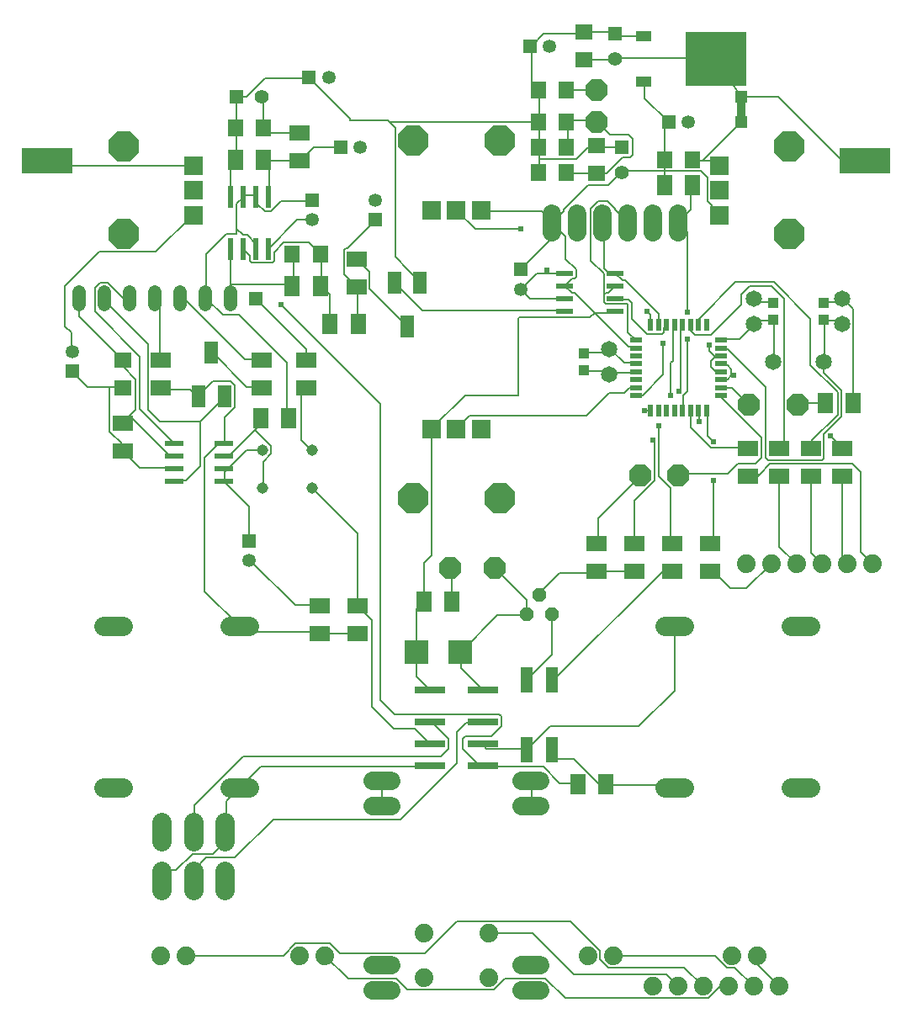
<source format=gbr>
G04 EAGLE Gerber X2 export*
%TF.Part,Single*%
%TF.FileFunction,Copper,L1,Top,Mixed*%
%TF.FilePolarity,Positive*%
%TF.GenerationSoftware,Autodesk,EAGLE,9.2.2*%
%TF.CreationDate,2019-03-12T13:45:00Z*%
G75*
%MOMM*%
%FSLAX34Y34*%
%LPD*%
%INTop Copper*%
%AMOC8*
5,1,8,0,0,1.08239X$1,22.5*%
G01*
%ADD10R,1.350000X1.350000*%
%ADD11C,1.350000*%
%ADD12R,1.000000X1.100000*%
%ADD13C,1.651000*%
%ADD14R,1.800000X1.600000*%
%ADD15C,1.143000*%
%ADD16R,1.600000X1.800000*%
%ADD17C,1.408000*%
%ADD18R,1.408000X1.408000*%
%ADD19R,0.609600X2.209800*%
%ADD20C,1.879600*%
%ADD21R,1.600000X2.000000*%
%ADD22R,2.000000X1.600000*%
%ADD23R,1.320800X2.184400*%
%ADD24R,1.879600X1.879600*%
%ADD25P,3.247170X8X22.500000*%
%ADD26R,1.320800X1.320800*%
%ADD27C,1.320800*%
%ADD28R,1.981200X0.558800*%
%ADD29R,1.270000X0.558800*%
%ADD30R,0.558800X1.270000*%
%ADD31P,3.247170X8X112.500000*%
%ADD32P,3.247170X8X202.500000*%
%ADD33P,3.247170X8X292.500000*%
%ADD34R,3.100000X0.800000*%
%ADD35R,1.270000X2.540000*%
%ADD36C,1.950000*%
%ADD37R,1.600000X1.000000*%
%ADD38R,6.200000X5.400000*%
%ADD39P,2.336880X8X22.500000*%
%ADD40R,2.400000X2.400000*%
%ADD41R,1.270000X1.270000*%
%ADD42C,0.812800*%
%ADD43C,1.879600*%
%ADD44R,5.080000X2.540000*%
%ADD45P,1.429621X8X22.500000*%
%ADD46R,1.720000X0.600000*%
%ADD47P,2.336880X8X202.500000*%
%ADD48C,0.203200*%
%ADD49C,0.604800*%


D10*
X55900Y637700D03*
D11*
X55900Y657700D03*
D10*
X360700Y790100D03*
D11*
X360700Y810100D03*
D10*
X297200Y810100D03*
D11*
X297200Y790100D03*
D12*
X811550Y707000D03*
X811550Y690000D03*
X760750Y707000D03*
X760750Y690000D03*
D13*
X595650Y635000D03*
X595650Y660400D03*
D10*
X325300Y863600D03*
D11*
X345300Y863600D03*
D14*
X106700Y649000D03*
X106700Y621000D03*
D15*
X296800Y520700D03*
X246800Y520700D03*
D10*
X293550Y933450D03*
D11*
X313550Y933450D03*
D16*
X247700Y882650D03*
X219700Y882650D03*
X276850Y755650D03*
X304850Y755650D03*
D17*
X246400Y914400D03*
D18*
X221000Y914400D03*
D19*
X214650Y761238D03*
X227350Y761238D03*
X240050Y761238D03*
X252750Y761238D03*
X252750Y813562D03*
X240050Y813562D03*
X227350Y813562D03*
X214650Y813562D03*
D20*
X538500Y796798D02*
X538500Y778002D01*
X563900Y778002D02*
X563900Y796798D01*
X589300Y796798D02*
X589300Y778002D01*
X614700Y778002D02*
X614700Y796798D01*
X640100Y796798D02*
X640100Y778002D01*
X665500Y778002D02*
X665500Y796798D01*
D21*
X219700Y850900D03*
X247700Y850900D03*
X276850Y723900D03*
X304850Y723900D03*
X314950Y685800D03*
X342950Y685800D03*
D22*
X341650Y750600D03*
X341650Y722600D03*
D23*
X405180Y726850D03*
X392450Y682850D03*
X379720Y726850D03*
D21*
X679500Y825500D03*
X651500Y825500D03*
D22*
X284500Y877600D03*
X284500Y849600D03*
X144800Y621000D03*
X144800Y649000D03*
D21*
X245100Y590550D03*
X273100Y590550D03*
D22*
X342926Y401539D03*
X342926Y373539D03*
X106700Y557500D03*
X106700Y585500D03*
X290850Y649000D03*
X290850Y621000D03*
X246400Y649000D03*
X246400Y621000D03*
D23*
X182870Y613000D03*
X195600Y657000D03*
X208330Y613000D03*
D24*
X177000Y845000D03*
X177000Y820000D03*
X177000Y795000D03*
D25*
X107000Y864000D03*
X107000Y776000D03*
D26*
X240050Y711200D03*
D27*
X214650Y717804D02*
X214650Y704596D01*
X189250Y704596D02*
X189250Y717804D01*
X163850Y717804D02*
X163850Y704596D01*
X138450Y704596D02*
X138450Y717804D01*
X113050Y717804D02*
X113050Y704596D01*
X87650Y704596D02*
X87650Y717804D01*
X62250Y717804D02*
X62250Y704596D01*
D28*
X207538Y527050D03*
X207538Y539750D03*
X207538Y552450D03*
X207538Y565150D03*
X158262Y565150D03*
X158262Y552450D03*
X158262Y539750D03*
X158262Y527050D03*
D29*
X708426Y613350D03*
X708426Y621350D03*
X708426Y629350D03*
X708426Y637350D03*
X708426Y645350D03*
X708426Y653350D03*
X708426Y661350D03*
X708426Y669350D03*
D30*
X693500Y684276D03*
X685500Y684276D03*
X677500Y684276D03*
X669500Y684276D03*
X661500Y684276D03*
X653500Y684276D03*
X645500Y684276D03*
X637500Y684276D03*
D29*
X622574Y669350D03*
X622574Y661350D03*
X622574Y653350D03*
X622574Y645350D03*
X622574Y637350D03*
X622574Y629350D03*
X622574Y621350D03*
X622574Y613350D03*
D30*
X637500Y598424D03*
X645500Y598424D03*
X653500Y598424D03*
X661500Y598424D03*
X669500Y598424D03*
X677500Y598424D03*
X685500Y598424D03*
X693500Y598424D03*
D13*
X760750Y647700D03*
X811550Y647700D03*
D22*
X767100Y532100D03*
X767100Y560100D03*
X798850Y532100D03*
X798850Y560100D03*
X830600Y532100D03*
X830600Y560100D03*
X735350Y532100D03*
X735350Y560100D03*
D24*
X417000Y580000D03*
X442000Y580000D03*
X467000Y580000D03*
D31*
X398000Y510000D03*
X486000Y510000D03*
D24*
X707000Y795000D03*
X707000Y820000D03*
X707000Y845000D03*
D32*
X777000Y776000D03*
X777000Y864000D03*
D24*
X467000Y800000D03*
X442000Y800000D03*
X417000Y800000D03*
D33*
X486000Y870000D03*
X398000Y870000D03*
D22*
X304399Y374155D03*
X304399Y402155D03*
D21*
X437489Y405703D03*
X409489Y405703D03*
D34*
X415261Y317400D03*
X415261Y285400D03*
X415261Y263400D03*
X415261Y241400D03*
X468261Y317400D03*
X468261Y285400D03*
X468261Y263400D03*
X468261Y241400D03*
D35*
X538500Y327100D03*
X513100Y327100D03*
X513100Y257100D03*
X538500Y257100D03*
D22*
X582950Y464850D03*
X582950Y436850D03*
X621050Y436850D03*
X621050Y464850D03*
X659150Y436850D03*
X659150Y464850D03*
D36*
X106250Y218850D02*
X86750Y218850D01*
X86750Y381150D02*
X106250Y381150D01*
X213750Y218850D02*
X233250Y218850D01*
X233250Y381150D02*
X213750Y381150D01*
X778750Y381150D02*
X798250Y381150D01*
X798250Y218850D02*
X778750Y218850D01*
X671250Y381150D02*
X651750Y381150D01*
X651750Y218850D02*
X671250Y218850D01*
D16*
X651500Y850900D03*
X679500Y850900D03*
D10*
X655500Y889000D03*
D11*
X675500Y889000D03*
D10*
X515800Y965200D03*
D11*
X535800Y965200D03*
D14*
X570250Y979200D03*
X570250Y951200D03*
D17*
X608350Y838200D03*
D18*
X608350Y863600D03*
D17*
X602000Y952500D03*
D18*
X602000Y977900D03*
D37*
X630200Y975300D03*
X630200Y929700D03*
D38*
X703200Y952500D03*
D10*
X233700Y467200D03*
D11*
X233700Y447200D03*
D21*
X564237Y221972D03*
X592237Y221972D03*
D15*
X296800Y558800D03*
X246800Y558800D03*
D16*
X524500Y889000D03*
X552500Y889000D03*
X524500Y863600D03*
X552500Y863600D03*
X524500Y838200D03*
X552500Y838200D03*
D14*
X582950Y864900D03*
X582950Y836900D03*
D39*
X627400Y533400D03*
X665500Y533400D03*
X582950Y920750D03*
X582950Y889000D03*
D40*
X402200Y355600D03*
X446200Y355600D03*
D41*
X729000Y914400D03*
X729000Y889000D03*
D42*
X729000Y914400D01*
D36*
X145000Y135000D02*
X145000Y115500D01*
X177000Y115500D02*
X177000Y135000D01*
X209000Y135000D02*
X209000Y115500D01*
X209000Y165000D02*
X209000Y184500D01*
X177000Y184500D02*
X177000Y165000D01*
X145000Y165000D02*
X145000Y184500D01*
D43*
X474512Y72606D03*
X409488Y72606D03*
X474512Y27394D03*
X409488Y27394D03*
X170200Y50000D03*
X144800Y50000D03*
X309900Y50000D03*
X284500Y50000D03*
X599700Y50000D03*
X574300Y50000D03*
X744700Y50000D03*
X719300Y50000D03*
D22*
X697250Y436850D03*
X697250Y464850D03*
D16*
X552500Y920750D03*
X524500Y920750D03*
D44*
X853134Y850000D03*
X29946Y850000D03*
D45*
X538500Y393700D03*
X525800Y412750D03*
X513100Y393700D03*
D13*
X741700Y711200D03*
X741700Y685800D03*
X830600Y711200D03*
X830600Y685800D03*
D12*
X570250Y639200D03*
X570250Y656200D03*
D46*
X602000Y698500D03*
X602000Y711200D03*
X602000Y723900D03*
X602000Y736600D03*
X551200Y736600D03*
X551200Y723900D03*
X551200Y711200D03*
X551200Y698500D03*
D10*
X506750Y740250D03*
D11*
X506750Y720250D03*
D47*
X785183Y604258D03*
D39*
X736512Y604258D03*
D21*
X813494Y605553D03*
X841494Y605553D03*
D39*
X435510Y440002D03*
X480500Y440002D03*
D20*
X507602Y200000D02*
X526398Y200000D01*
X526398Y225400D02*
X507602Y225400D01*
X376398Y200000D02*
X357602Y200000D01*
X357602Y225400D02*
X376398Y225400D01*
X507602Y15000D02*
X526398Y15000D01*
X526398Y40400D02*
X507602Y40400D01*
X376398Y15000D02*
X357602Y15000D01*
X357602Y40400D02*
X376398Y40400D01*
D43*
X766746Y18896D03*
X741346Y18896D03*
X715946Y18896D03*
X690546Y18896D03*
X665146Y18896D03*
X639746Y18896D03*
X860263Y444561D03*
X834863Y444561D03*
X809463Y444561D03*
X784063Y444561D03*
X758663Y444561D03*
X733263Y444561D03*
D48*
X253512Y849376D02*
X249448Y849376D01*
X253512Y849376D02*
X283992Y849376D01*
X284500Y849600D01*
X249448Y849376D02*
X247700Y850900D01*
X253512Y849376D02*
X253512Y814832D01*
X252750Y813562D01*
X253512Y849376D02*
X247700Y850900D01*
X298216Y863600D02*
X325300Y863600D01*
X298216Y863600D02*
X286024Y851408D01*
X284500Y849600D01*
X170200Y528320D02*
X160040Y528320D01*
X170200Y528320D02*
X184424Y542544D01*
X184424Y587248D01*
X208808Y611632D01*
X160040Y528320D02*
X158262Y527050D01*
X208808Y611632D02*
X208330Y613000D01*
X131592Y665226D02*
X87650Y709168D01*
X87650Y711200D01*
X131592Y665226D02*
X131592Y598932D01*
X143276Y587248D01*
X184424Y587248D01*
X605048Y975360D02*
X629432Y975360D01*
X605048Y975360D02*
X603016Y977392D01*
X629432Y975360D02*
X630200Y975300D01*
X603016Y977392D02*
X602000Y977900D01*
X600984Y979424D02*
X570504Y979424D01*
X570250Y979200D01*
X600984Y979424D02*
X602000Y977900D01*
X608350Y863600D02*
X584728Y863600D01*
X582950Y864900D01*
X525800Y863600D02*
X525800Y851408D01*
X525800Y839216D01*
X524500Y838200D01*
X525800Y863600D02*
X525800Y887984D01*
X524500Y889000D01*
X524500Y863600D02*
X525800Y863600D01*
X525800Y890016D02*
X525800Y920496D01*
X524500Y920750D01*
X525800Y890016D02*
X524500Y889000D01*
X517672Y928624D02*
X517672Y965200D01*
X517672Y928624D02*
X523768Y922528D01*
X524500Y920750D01*
X574568Y863600D02*
X582696Y863600D01*
X574568Y863600D02*
X562376Y851408D01*
X525800Y851408D01*
X582696Y863600D02*
X582950Y864900D01*
X568472Y977392D02*
X529864Y977392D01*
X517672Y965200D01*
X568472Y977392D02*
X570250Y979200D01*
X517672Y965200D02*
X515800Y965200D01*
X221000Y914400D02*
X221000Y883920D01*
X219700Y882650D01*
X221000Y881888D02*
X221000Y851408D01*
X219700Y850900D01*
X221000Y881888D02*
X219700Y882650D01*
X214904Y845312D02*
X214904Y814832D01*
X214904Y845312D02*
X218968Y849376D01*
X214904Y814832D02*
X214650Y813562D01*
X218968Y849376D02*
X219700Y850900D01*
X334792Y890016D02*
X334792Y892048D01*
X294152Y932688D01*
X293550Y933450D01*
X231160Y914400D02*
X221000Y914400D01*
X231160Y914400D02*
X249448Y932688D01*
X292120Y932688D01*
X293550Y933450D01*
X334792Y890016D02*
X373400Y890016D01*
X374327Y889089D02*
X524436Y889089D01*
X524500Y889000D01*
X380460Y882956D02*
X374327Y889089D01*
X373400Y890016D01*
X380460Y752840D02*
X405180Y726850D01*
X380460Y752840D02*
X380460Y882956D01*
X212872Y552704D02*
X208808Y552704D01*
X239288Y579120D02*
X243352Y583184D01*
X239288Y579120D02*
X212872Y552704D01*
X243352Y583184D02*
X243352Y589280D01*
X208808Y552704D02*
X207538Y552450D01*
X243352Y589280D02*
X245100Y590550D01*
X247416Y546608D02*
X247416Y522224D01*
X247416Y546608D02*
X255544Y554736D01*
X255544Y562864D01*
X239288Y579120D01*
X247416Y522224D02*
X246800Y520700D01*
X208808Y536448D02*
X208808Y538480D01*
X208808Y536448D02*
X208808Y528320D01*
X207538Y527050D01*
X208808Y538480D02*
X207538Y539750D01*
X231160Y558800D02*
X246800Y558800D01*
X231160Y558800D02*
X208808Y536448D01*
X233192Y501904D02*
X233192Y467360D01*
X233192Y501904D02*
X208808Y526288D01*
X233192Y467360D02*
X233700Y467200D01*
X208808Y526288D02*
X207538Y527050D01*
X286024Y568960D02*
X286024Y617073D01*
X286024Y568960D02*
X296184Y558800D01*
X286024Y617073D02*
X290850Y621000D01*
X296184Y558800D02*
X296800Y558800D01*
X290850Y649000D02*
X290850Y660400D01*
X240050Y711200D01*
X245384Y650240D02*
X229128Y650240D01*
X168168Y711200D01*
X163850Y711200D01*
X245384Y650240D02*
X246400Y649000D01*
X245384Y621792D02*
X231160Y621792D01*
X196616Y656336D01*
X245384Y621792D02*
X246400Y621000D01*
X196616Y656336D02*
X195600Y657000D01*
X306344Y725424D02*
X306344Y753872D01*
X304850Y755650D01*
X306344Y725424D02*
X304850Y723900D01*
X314472Y715264D02*
X314472Y686816D01*
X314472Y715264D02*
X306344Y723392D01*
X314472Y686816D02*
X314950Y685800D01*
X306344Y723392D02*
X304850Y723900D01*
X258338Y749137D02*
X256850Y747649D01*
X258338Y749137D02*
X258338Y757730D01*
X267798Y767190D01*
X293026Y767190D01*
X306344Y753872D01*
X235950Y747649D02*
X234462Y749137D01*
X234462Y754126D01*
X227350Y761238D01*
X235950Y747649D02*
X256850Y747649D01*
X342920Y721360D02*
X342920Y686816D01*
X342920Y721360D02*
X341650Y722600D01*
X342920Y686816D02*
X342950Y685800D01*
X332760Y762000D02*
X359176Y788416D01*
X332760Y762000D02*
X330728Y762000D01*
X328696Y759968D01*
X328696Y735584D01*
X340888Y723392D01*
X359176Y788416D02*
X360700Y790100D01*
X340888Y723392D02*
X341650Y722600D01*
X143784Y707136D02*
X143784Y650240D01*
X143784Y707136D02*
X139720Y711200D01*
X143784Y650240D02*
X144800Y649000D01*
X139720Y711200D02*
X138450Y711200D01*
X107208Y648208D02*
X107208Y642112D01*
X119400Y629920D01*
X119400Y599440D01*
X113304Y593344D02*
X107208Y587248D01*
X113304Y593344D02*
X119400Y599440D01*
X107208Y648208D02*
X106700Y649000D01*
X107208Y587248D02*
X106700Y585500D01*
X153944Y552704D02*
X158008Y552704D01*
X153944Y552704D02*
X113304Y593344D01*
X158008Y552704D02*
X158262Y552450D01*
X113304Y593344D02*
X106700Y585500D01*
X62504Y692912D02*
X62504Y711200D01*
X62504Y692912D02*
X105176Y650240D01*
X62504Y711200D02*
X62250Y711200D01*
X105176Y650240D02*
X106700Y649000D01*
X123464Y540512D02*
X158008Y540512D01*
X123464Y540512D02*
X107208Y556768D01*
X158008Y540512D02*
X158262Y539750D01*
X107208Y556768D02*
X106700Y557500D01*
X92984Y621792D02*
X70632Y621792D01*
X92984Y621792D02*
X105176Y621792D01*
X70632Y621792D02*
X56408Y636016D01*
X105176Y621792D02*
X106700Y621000D01*
X56408Y636016D02*
X55900Y637700D01*
X105176Y564896D02*
X105176Y558800D01*
X105176Y564896D02*
X92984Y577088D01*
X92984Y621792D01*
X105176Y558800D02*
X106700Y557500D01*
X354190Y721110D02*
X392450Y682850D01*
X354190Y721110D02*
X354190Y738060D01*
X341650Y750600D01*
X550692Y699008D02*
X551200Y698500D01*
X407562Y699008D02*
X379720Y726850D01*
X407562Y699008D02*
X550692Y699008D01*
X745256Y688848D02*
X759480Y688848D01*
X745256Y688848D02*
X743224Y686816D01*
X759480Y688848D02*
X760750Y690000D01*
X743224Y686816D02*
X741700Y685800D01*
X726968Y670560D02*
X708680Y670560D01*
X726968Y670560D02*
X741192Y684784D01*
X708680Y670560D02*
X708426Y669350D01*
X741192Y684784D02*
X741700Y685800D01*
X761512Y688848D02*
X761512Y648208D01*
X760750Y647700D01*
X761512Y688848D02*
X760750Y690000D01*
X812312Y688848D02*
X828568Y688848D01*
X830600Y686816D01*
X830600Y685800D01*
X753384Y621792D02*
X714776Y660400D01*
X753384Y621792D02*
X753384Y550672D01*
X755416Y548640D01*
X810280Y548640D01*
X812312Y646176D02*
X811550Y647700D01*
X812312Y648208D02*
X812312Y688848D01*
X811550Y690000D01*
X812312Y648208D02*
X811550Y647700D01*
X829617Y618199D02*
X829617Y592728D01*
X811550Y574661D01*
X811550Y636266D02*
X811550Y647700D01*
X811550Y636266D02*
X829617Y618199D01*
X714776Y660400D02*
X709376Y660400D01*
X708426Y661350D01*
X811550Y549910D02*
X810280Y548640D01*
X811550Y549910D02*
X811550Y574661D01*
X590824Y656336D02*
X570504Y656336D01*
X590824Y656336D02*
X594888Y660400D01*
X570504Y656336D02*
X570250Y656200D01*
X594888Y660400D02*
X595650Y660400D01*
X611144Y646176D02*
X621304Y646176D01*
X611144Y646176D02*
X596920Y660400D01*
X621304Y646176D02*
X622574Y645350D01*
X596920Y660400D02*
X595650Y660400D01*
X614700Y677224D02*
X622574Y669350D01*
X614700Y677224D02*
X614700Y704850D01*
X613890Y705660D01*
X592348Y705660D01*
X590860Y707148D01*
X590860Y715252D01*
X592348Y716740D01*
X594840Y716740D01*
X602000Y723900D01*
X590860Y715252D02*
X590860Y735897D01*
X577362Y749395D01*
X577362Y801743D02*
X584355Y808736D01*
X594245Y808736D01*
X601238Y801743D01*
X601238Y800862D01*
X614700Y787400D01*
X577362Y801743D02*
X577362Y749395D01*
D49*
X633750Y698500D03*
D48*
X637500Y694750D02*
X637500Y684276D01*
X637500Y694750D02*
X633750Y698500D01*
X600984Y735584D02*
X596920Y735584D01*
X600984Y735584D02*
X602000Y736600D01*
X590824Y741680D02*
X590824Y786384D01*
X590824Y741680D02*
X596920Y735584D01*
X590824Y786384D02*
X589300Y787400D01*
X602000Y736600D02*
X596920Y735584D01*
X602000Y736600D02*
X609160Y729440D01*
X611652Y729440D01*
X645500Y695592D01*
X645500Y684276D01*
X670072Y613664D02*
X670072Y599440D01*
X670072Y613664D02*
X674136Y617728D01*
X674136Y670560D01*
X674136Y696976D02*
X674136Y778256D01*
X666008Y786384D01*
X670072Y599440D02*
X669500Y598424D01*
X666008Y786384D02*
X665500Y787400D01*
X678200Y800608D02*
X678200Y824992D01*
X678200Y800608D02*
X666008Y788416D01*
X678200Y824992D02*
X679500Y825500D01*
X666008Y788416D02*
X665500Y787400D01*
D49*
X674136Y670560D03*
X674136Y696976D03*
D48*
X653500Y598424D02*
X651784Y596708D01*
X659912Y599440D02*
X661500Y598424D01*
X678200Y597408D02*
X678200Y581152D01*
X698520Y560832D01*
X735096Y560832D01*
X678200Y597408D02*
X677500Y598424D01*
X735096Y560832D02*
X735350Y560100D01*
X686328Y587248D02*
X686328Y597408D01*
X818408Y573024D02*
X830600Y560832D01*
X686328Y597408D02*
X685500Y598424D01*
X830600Y560832D02*
X830600Y560100D01*
D49*
X686328Y587248D03*
X818408Y573024D03*
D48*
X686328Y690880D02*
X722904Y727456D01*
X761512Y727456D01*
X798199Y565575D02*
X798199Y560726D01*
X798850Y560100D01*
X825553Y594412D02*
X825553Y616516D01*
X798850Y567708D02*
X798850Y560100D01*
X798850Y567708D02*
X825553Y594412D01*
X686328Y685104D02*
X685500Y684276D01*
X686328Y685104D02*
X686328Y690880D01*
X761512Y727456D02*
X798028Y690940D01*
X798028Y644041D01*
X825553Y616516D01*
X678200Y678688D02*
X678200Y682752D01*
X678200Y678688D02*
X682264Y674624D01*
X698520Y674624D01*
X729000Y705104D01*
X729000Y715264D01*
X737128Y723392D01*
X759480Y723392D01*
X771672Y711200D01*
X678200Y682752D02*
X677500Y684276D01*
X771672Y711200D02*
X771672Y564672D01*
X767100Y560100D01*
X455440Y593440D02*
X442000Y580000D01*
X616224Y621350D02*
X622574Y621350D01*
X616224Y621350D02*
X610824Y615950D01*
X595650Y615950D01*
X573140Y593440D02*
X455440Y593440D01*
X573140Y593440D02*
X595650Y615950D01*
X623336Y613664D02*
X629432Y613664D01*
X650260Y634492D01*
X650260Y666242D01*
X623336Y613664D02*
X622574Y613350D01*
D49*
X650260Y666242D03*
D48*
X460950Y781050D02*
X442000Y800000D01*
X460950Y781050D02*
X506750Y781050D01*
D49*
X506750Y781050D03*
X631150Y598424D03*
D48*
X637500Y598424D01*
X450616Y613664D02*
X418104Y581152D01*
X417000Y580000D01*
X615208Y662432D02*
X621304Y662432D01*
X615208Y662432D02*
X581045Y696595D01*
X621304Y662432D02*
X622574Y661350D01*
X527832Y798576D02*
X468904Y798576D01*
X527832Y798576D02*
X537992Y788416D01*
X468904Y798576D02*
X467000Y800000D01*
X537992Y788416D02*
X538500Y787400D01*
X651784Y827024D02*
X651784Y839216D01*
X651784Y849376D01*
X651500Y850900D01*
X651784Y827024D02*
X651500Y825500D01*
X631464Y912368D02*
X631464Y928624D01*
X631464Y912368D02*
X653816Y890016D01*
X631464Y928624D02*
X630200Y929700D01*
X653816Y890016D02*
X655500Y889000D01*
X651784Y885952D02*
X651784Y851408D01*
X651784Y885952D02*
X653816Y887984D01*
X651784Y851408D02*
X651500Y850900D01*
X653816Y887984D02*
X655500Y889000D01*
X651784Y839216D02*
X609112Y839216D01*
X608350Y838200D01*
X702584Y638048D02*
X706648Y638048D01*
X702584Y638048D02*
X698520Y642112D01*
X698520Y648208D01*
X702584Y652272D01*
X706648Y652272D01*
X706648Y638048D02*
X708426Y637350D01*
X706648Y652272D02*
X708426Y653350D01*
X702584Y652272D02*
X696488Y658368D01*
X696488Y664464D01*
X702584Y652272D02*
X708426Y653350D01*
X708680Y794512D02*
X707000Y795000D01*
X688360Y839216D02*
X651784Y839216D01*
X688360Y839216D02*
X694456Y833120D01*
X694456Y808736D01*
X706648Y796544D01*
X707000Y795000D01*
X550184Y798576D02*
X540024Y788416D01*
X550184Y798576D02*
X550184Y800608D01*
X574568Y824992D01*
X594888Y824992D01*
X607080Y837184D01*
X540024Y788416D02*
X538500Y787400D01*
X607080Y837184D02*
X608350Y838200D01*
D49*
X696488Y664464D03*
D48*
X505348Y691990D02*
X503860Y690502D01*
X576440Y691990D02*
X581045Y696595D01*
X576440Y691990D02*
X505348Y691990D01*
X551200Y723900D02*
X558360Y731060D01*
X560852Y731060D01*
X551200Y723900D02*
X558360Y716740D01*
X560852Y716740D01*
X580997Y696595D02*
X581045Y696595D01*
X580997Y696595D02*
X560852Y716740D01*
X506750Y740250D02*
X540024Y773524D01*
X540024Y788416D01*
X538500Y787400D02*
X551962Y773938D01*
X562340Y740652D02*
X562340Y732548D01*
X560852Y731060D01*
X551962Y751030D02*
X551962Y773938D01*
X551962Y751030D02*
X562340Y740652D01*
X581045Y696595D02*
X600095Y696595D01*
X602000Y698500D01*
X503860Y690502D02*
X503860Y613664D01*
X450616Y613664D01*
X402200Y398415D02*
X402200Y355600D01*
X402200Y398415D02*
X409489Y405703D01*
X409489Y444796D01*
X417000Y452308D01*
X417000Y580000D01*
X402200Y330461D02*
X415261Y317400D01*
X402200Y330461D02*
X402200Y355600D01*
X668040Y619760D02*
X668040Y682752D01*
X668040Y619760D02*
X666008Y617728D01*
X668040Y682752D02*
X669500Y684276D01*
D49*
X666008Y617728D03*
D48*
X621304Y508000D02*
X621304Y465328D01*
X621304Y508000D02*
X641624Y528320D01*
X641624Y566928D01*
X639592Y568960D01*
X621304Y465328D02*
X621050Y464850D01*
D49*
X639592Y568960D03*
D48*
X659912Y648208D02*
X659912Y682752D01*
X659912Y648208D02*
X657880Y646176D01*
X657880Y613664D01*
X659912Y682752D02*
X661500Y684276D01*
D49*
X657880Y613664D03*
D48*
X657880Y520192D02*
X657880Y465328D01*
X657880Y520192D02*
X645688Y532384D01*
X645688Y583184D01*
X657880Y465328D02*
X659150Y464850D01*
D49*
X645688Y583184D03*
D48*
X697250Y436850D02*
X701344Y436850D01*
X733690Y419588D02*
X758663Y444561D01*
X733690Y419588D02*
X717624Y419588D01*
X700363Y436850D01*
X697250Y436850D01*
X749320Y570992D02*
X708680Y611632D01*
X749320Y570992D02*
X749320Y550672D01*
X743224Y544576D01*
X708680Y611632D02*
X708426Y613350D01*
X714776Y534416D02*
X666008Y534416D01*
X714776Y534416D02*
X724936Y544576D01*
X743224Y544576D01*
X666008Y534416D02*
X665500Y533400D01*
X296800Y520700D02*
X296184Y520192D01*
X413819Y263400D02*
X415261Y263400D01*
X342926Y474574D02*
X296800Y520700D01*
X342926Y474574D02*
X342926Y401539D01*
X357144Y300099D02*
X378859Y278384D01*
X400277Y278384D01*
X415261Y263400D01*
X357144Y387321D02*
X342926Y401539D01*
X357144Y387321D02*
X357144Y300099D01*
D49*
X265450Y704850D03*
D48*
X467161Y241400D02*
X468261Y241400D01*
X546120Y223520D02*
X562376Y223520D01*
X546120Y223520D02*
X529864Y239776D01*
X468904Y239776D01*
X562376Y223520D02*
X564237Y221972D01*
X468904Y239776D02*
X468261Y241400D01*
X379606Y292608D02*
X365371Y306843D01*
X379606Y292608D02*
X485160Y292608D01*
X487192Y290576D01*
X487192Y280416D01*
X477032Y270256D01*
X450616Y270256D01*
X448584Y268224D01*
X448584Y257829D01*
X465014Y241400D01*
X468261Y241400D01*
X365371Y604929D02*
X265450Y704850D01*
X365371Y604929D02*
X365371Y306843D01*
X437489Y405703D02*
X437489Y438024D01*
X435510Y440002D01*
X483128Y392176D02*
X511576Y392176D01*
X483128Y392176D02*
X446552Y355600D01*
X511576Y392176D02*
X513100Y393700D01*
X446552Y355600D02*
X446200Y355600D01*
X513100Y407402D02*
X480500Y440002D01*
X513100Y407402D02*
X513100Y393700D01*
X446552Y339109D02*
X468261Y317400D01*
X446552Y339109D02*
X446552Y355600D01*
X584728Y436880D02*
X619272Y436880D01*
X584728Y436880D02*
X582950Y436850D01*
X619272Y436880D02*
X621050Y436850D01*
X582696Y434848D02*
X546120Y434848D01*
X525800Y414528D01*
X582696Y434848D02*
X582950Y436850D01*
X525800Y414528D02*
X525800Y412750D01*
X649722Y436850D02*
X659150Y436850D01*
X539972Y327100D02*
X538500Y327100D01*
X539972Y327100D02*
X649722Y436850D01*
X415261Y241400D02*
X413313Y239776D01*
X160040Y136144D02*
X145816Y136144D01*
X160040Y136144D02*
X176296Y152400D01*
X196616Y152400D01*
X208808Y164592D01*
X145816Y136144D02*
X145000Y135000D01*
X208808Y164592D02*
X209000Y165000D01*
X245384Y239776D02*
X414040Y239776D01*
X245384Y239776D02*
X225064Y219456D01*
X414040Y239776D02*
X415261Y241400D01*
X225064Y219456D02*
X223500Y218850D01*
X210840Y205232D02*
X210840Y166624D01*
X210840Y205232D02*
X223032Y217424D01*
X210840Y166624D02*
X209000Y165000D01*
X223032Y217424D02*
X223500Y218850D01*
X451359Y284480D02*
X466872Y284480D01*
X451359Y284480D02*
X442117Y275238D01*
X442117Y243469D01*
X385592Y186944D01*
X257576Y186944D01*
X218968Y148336D01*
X190520Y148336D01*
X178328Y136144D01*
X466872Y284480D02*
X468261Y285400D01*
X178328Y136144D02*
X177000Y135000D01*
X279928Y402336D02*
X304312Y402336D01*
X279928Y402336D02*
X235224Y447040D01*
X304312Y402336D02*
X304399Y402155D01*
X235224Y447040D02*
X233700Y447200D01*
X434360Y268224D02*
X434360Y258064D01*
X426232Y249936D01*
X227096Y249936D01*
X178328Y201168D01*
X178328Y166328D02*
X177000Y165000D01*
X178328Y166328D02*
X178328Y201168D01*
X415261Y285400D02*
X417184Y285400D01*
X434360Y268224D01*
X471745Y258064D02*
X511576Y258064D01*
X513100Y257100D01*
X471745Y258064D02*
X468261Y263400D01*
X513100Y257100D02*
X536670Y280670D01*
X625495Y280670D01*
X661500Y316675D02*
X661500Y381150D01*
X661500Y316675D02*
X625495Y280670D01*
X208808Y566928D02*
X208808Y591312D01*
X218968Y601472D01*
X218968Y623824D01*
X214904Y627888D01*
X196616Y627888D01*
X182392Y613664D01*
X208808Y566928D02*
X207538Y565150D01*
X182870Y613000D02*
X182392Y613664D01*
X174264Y619760D02*
X145816Y619760D01*
X174264Y619760D02*
X180360Y613664D01*
X145816Y619760D02*
X144800Y621000D01*
X180360Y613664D02*
X182870Y613000D01*
X540024Y256032D02*
X540024Y247904D01*
X540024Y256032D02*
X538500Y257100D01*
X554248Y837184D02*
X582696Y837184D01*
X554248Y837184D02*
X552500Y838200D01*
X582696Y837184D02*
X582950Y836900D01*
X554248Y863600D02*
X554248Y887984D01*
X554248Y863600D02*
X552500Y863600D01*
X554248Y887984D02*
X552500Y889000D01*
X551200Y711200D02*
X550184Y711200D01*
X247416Y883920D02*
X247416Y914400D01*
X247416Y883920D02*
X247700Y882650D01*
X247416Y914400D02*
X246400Y914400D01*
X570504Y950976D02*
X600984Y950976D01*
X570504Y950976D02*
X570250Y951200D01*
X600984Y950976D02*
X602000Y952500D01*
X305923Y374947D02*
X304399Y374155D01*
X283992Y877824D02*
X253512Y877824D01*
X249448Y881888D01*
X283992Y877824D02*
X284500Y877600D01*
X249448Y881888D02*
X247700Y882650D01*
X253512Y762000D02*
X252750Y761238D01*
X554248Y890016D02*
X582696Y890016D01*
X554248Y890016D02*
X552500Y889000D01*
X582696Y890016D02*
X582950Y889000D01*
X584728Y837184D02*
X592856Y837184D01*
X609112Y853440D01*
X617240Y853440D01*
X619272Y855472D01*
X619272Y871728D01*
X615208Y875792D01*
X596920Y875792D01*
X584728Y887984D01*
X584728Y837184D02*
X582950Y836900D01*
X584728Y887984D02*
X582950Y889000D01*
X603016Y953008D02*
X702584Y953008D01*
X703200Y952500D01*
X603016Y953008D02*
X602000Y952500D01*
X206776Y564896D02*
X202712Y564896D01*
X188488Y550672D01*
X206776Y564896D02*
X207538Y565150D01*
D49*
X533166Y739394D03*
D48*
X342926Y373539D02*
X333976Y373539D01*
X342134Y374331D02*
X342926Y373539D01*
X252750Y761238D02*
X281612Y790100D01*
X297200Y790100D01*
X702584Y940816D02*
X702584Y953008D01*
X551200Y736600D02*
X523100Y736600D01*
X506750Y720250D01*
X515800Y711200D02*
X551200Y711200D01*
X515800Y711200D02*
X506750Y720250D01*
X584728Y223520D02*
X590824Y223520D01*
X584728Y223520D02*
X560344Y247904D01*
X540024Y247904D01*
X590824Y223520D02*
X592237Y221972D01*
X540024Y247904D02*
X538500Y257100D01*
X334792Y373888D02*
X306344Y373888D01*
X334792Y373888D02*
X342926Y373539D01*
X306344Y373888D02*
X304399Y374155D01*
X304312Y375920D02*
X229128Y375920D01*
X225064Y379984D01*
X304312Y375920D02*
X304399Y374155D01*
X225064Y379984D02*
X223500Y381150D01*
X592856Y221488D02*
X657880Y221488D01*
X659912Y219456D01*
X592856Y221488D02*
X592237Y221972D01*
X659912Y219456D02*
X661500Y218850D01*
X188488Y416560D02*
X188488Y550672D01*
X188488Y416560D02*
X223032Y382016D01*
X223500Y381150D01*
X30103Y849843D02*
X29946Y850000D01*
X30103Y849843D02*
X30103Y845000D01*
X177000Y845000D01*
X702584Y953008D02*
X729000Y914400D01*
X765557Y914400D01*
X829957Y850000D01*
X853134Y850000D01*
X714776Y629920D02*
X708680Y629920D01*
X714776Y629920D02*
X718840Y633984D01*
X718840Y640080D01*
X714776Y644144D01*
X708680Y644144D01*
X708680Y629920D02*
X708426Y629350D01*
X708680Y644144D02*
X708426Y645350D01*
X592856Y638048D02*
X570504Y638048D01*
X592856Y638048D02*
X594888Y636016D01*
X570504Y638048D02*
X570250Y639200D01*
X594888Y636016D02*
X595650Y635000D01*
X747288Y707136D02*
X759480Y707136D01*
X747288Y707136D02*
X743224Y711200D01*
X759480Y707136D02*
X760750Y707000D01*
X743224Y711200D02*
X741700Y711200D01*
X812312Y707136D02*
X826536Y707136D01*
X830600Y711200D01*
X812312Y707136D02*
X811550Y707000D01*
X621304Y636016D02*
X596920Y636016D01*
X621304Y636016D02*
X622574Y637350D01*
X596920Y636016D02*
X595650Y635000D01*
X690900Y849376D02*
X702584Y849376D01*
X690900Y849376D02*
X680232Y849376D01*
X702584Y849376D02*
X706648Y845312D01*
X680232Y849376D02*
X679500Y850900D01*
X706648Y845312D02*
X707000Y845000D01*
X718840Y633984D02*
X720872Y633984D01*
X584474Y466090D02*
X582950Y464850D01*
X517672Y325120D02*
X513608Y325120D01*
X513100Y327100D01*
D49*
X720872Y633984D03*
D48*
X690900Y850900D02*
X729000Y889000D01*
X690900Y850900D02*
X690900Y849376D01*
X584728Y489712D02*
X584728Y465328D01*
X584728Y489712D02*
X627400Y532384D01*
X584728Y465328D02*
X582950Y464850D01*
X627400Y532384D02*
X627400Y533400D01*
X830600Y711200D02*
X841494Y700306D01*
X841494Y605553D01*
X538500Y352500D02*
X513100Y327100D01*
X538500Y352500D02*
X538500Y393700D01*
X239288Y814832D02*
X229128Y814832D01*
X227350Y813562D01*
X239288Y814832D02*
X240050Y813562D01*
X239288Y759968D02*
X239288Y753872D01*
X221000Y781050D02*
X221000Y806704D01*
X221000Y781050D02*
X221000Y776224D01*
X221000Y806704D02*
X227096Y812800D01*
X240050Y761238D02*
X239288Y759968D01*
X227096Y812800D02*
X227350Y813562D01*
X265704Y808736D02*
X296184Y808736D01*
X265704Y808736D02*
X255544Y798576D01*
X249448Y798576D01*
X241320Y806704D01*
X241320Y812800D01*
X296184Y808736D02*
X297200Y810100D01*
X241320Y812800D02*
X240050Y813562D01*
X271800Y646176D02*
X271800Y591312D01*
X271800Y646176D02*
X223032Y694944D01*
X206776Y694944D01*
X190520Y711200D01*
X271800Y591312D02*
X273100Y590550D01*
X221000Y776224D02*
X210840Y776224D01*
X190520Y755904D01*
X190520Y711200D01*
X189250Y711200D01*
X91438Y726948D02*
X83862Y726948D01*
X78506Y721592D01*
X123464Y599948D02*
X158262Y565150D01*
X107186Y711200D02*
X91438Y726948D01*
X78506Y721592D02*
X78506Y697786D01*
X123464Y652828D01*
X123464Y599948D01*
X113050Y711200D02*
X107186Y711200D01*
X221000Y781050D02*
X227223Y774827D01*
X231450Y774827D01*
X240050Y766227D01*
X240050Y761238D01*
X767100Y461524D02*
X784063Y444561D01*
X767100Y461524D02*
X767100Y532100D01*
X798088Y530352D02*
X798850Y532100D01*
X798850Y455174D01*
X809463Y444561D01*
X830600Y448824D02*
X830600Y532100D01*
X830600Y448824D02*
X834863Y444561D01*
X747161Y534289D02*
X757448Y544576D01*
X747161Y534289D02*
X745256Y532384D01*
X757448Y544576D02*
X840760Y544576D01*
X848888Y536448D01*
X747161Y534289D02*
X737539Y534289D01*
X735350Y532100D01*
X848888Y536448D02*
X848888Y455936D01*
X860263Y444561D01*
X694456Y573024D02*
X694456Y597408D01*
X694456Y573024D02*
X700552Y566928D01*
X700552Y528320D02*
X700552Y467360D01*
X698520Y465328D01*
X694456Y597408D02*
X693500Y598424D01*
X698520Y465328D02*
X697250Y464850D01*
D49*
X700552Y566928D03*
X700552Y528320D03*
D48*
X744700Y40942D02*
X766746Y18896D01*
X744700Y40942D02*
X744700Y50000D01*
X722180Y38062D02*
X741346Y18896D01*
X722180Y38062D02*
X714355Y38062D01*
X702417Y50000D02*
X599700Y50000D01*
X702417Y50000D02*
X714355Y38062D01*
X715946Y18896D02*
X707429Y18896D01*
X695491Y6958D01*
X551323Y6958D02*
X531343Y26938D01*
X490939Y26938D01*
X479457Y15456D01*
X392825Y15456D01*
X381343Y26938D01*
X551323Y6958D02*
X695491Y6958D01*
X332962Y26938D02*
X309900Y50000D01*
X332962Y26938D02*
X381343Y26938D01*
X267617Y50000D02*
X170200Y50000D01*
X267617Y50000D02*
X279555Y61938D01*
X314845Y61938D02*
X324445Y52338D01*
X314845Y61938D02*
X279555Y61938D01*
X671380Y38062D02*
X690546Y18896D01*
X671380Y38062D02*
X594755Y38062D01*
X586238Y46579D01*
X586238Y54945D01*
X556639Y84544D01*
X442793Y84544D01*
X410587Y52338D02*
X324445Y52338D01*
X410587Y52338D02*
X442793Y84544D01*
X554248Y920496D02*
X582696Y920496D01*
X554248Y920496D02*
X552500Y920750D01*
X582696Y920496D02*
X582950Y920750D01*
X54376Y676656D02*
X54376Y658368D01*
X54376Y676656D02*
X48280Y682752D01*
X48280Y723392D01*
X82824Y757936D01*
X139720Y757936D01*
X176296Y794512D01*
X55900Y657700D02*
X54376Y658368D01*
X176296Y794512D02*
X177000Y795000D01*
X277896Y753872D02*
X277896Y725424D01*
X277896Y753872D02*
X276850Y755650D01*
X277896Y725424D02*
X276850Y723900D01*
X214904Y725424D02*
X214904Y711200D01*
X214904Y725424D02*
X214904Y759968D01*
X214650Y761238D01*
X214904Y711200D02*
X214650Y711200D01*
X214904Y725424D02*
X275864Y725424D01*
X276850Y723900D01*
X649346Y675386D02*
X650834Y676874D01*
X615573Y709724D02*
X603476Y709724D01*
X615573Y709724D02*
X618764Y706533D01*
X650834Y681610D02*
X653500Y684276D01*
X650834Y681610D02*
X650834Y676874D01*
X649346Y675386D02*
X633654Y675386D01*
X618764Y690276D01*
X618764Y706533D01*
X603476Y709724D02*
X602000Y711200D01*
X708426Y621350D02*
X719421Y621350D01*
X736512Y604258D01*
X786477Y605553D02*
X813494Y605553D01*
X786477Y605553D02*
X785183Y604258D01*
X367304Y223520D02*
X367304Y201168D01*
X367000Y200000D01*
X367304Y223520D02*
X367000Y225400D01*
X517672Y223520D02*
X517672Y201168D01*
X517000Y200000D01*
X517672Y223520D02*
X517000Y225400D01*
X518279Y72606D02*
X474512Y72606D01*
X653208Y30834D02*
X665146Y18896D01*
X560051Y30834D02*
X518279Y72606D01*
X560051Y30834D02*
X653208Y30834D01*
M02*

</source>
